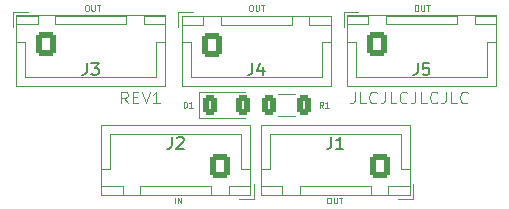
<source format=gto>
%TF.GenerationSoftware,KiCad,Pcbnew,8.0.2*%
%TF.CreationDate,2024-12-05T13:35:58-07:00*%
%TF.ProjectId,cansplitterV3,63616e73-706c-4697-9474-657256332e6b,rev?*%
%TF.SameCoordinates,Original*%
%TF.FileFunction,Legend,Top*%
%TF.FilePolarity,Positive*%
%FSLAX46Y46*%
G04 Gerber Fmt 4.6, Leading zero omitted, Abs format (unit mm)*
G04 Created by KiCad (PCBNEW 8.0.2) date 2024-12-05 13:35:58*
%MOMM*%
%LPD*%
G01*
G04 APERTURE LIST*
G04 Aperture macros list*
%AMRoundRect*
0 Rectangle with rounded corners*
0 $1 Rounding radius*
0 $2 $3 $4 $5 $6 $7 $8 $9 X,Y pos of 4 corners*
0 Add a 4 corners polygon primitive as box body*
4,1,4,$2,$3,$4,$5,$6,$7,$8,$9,$2,$3,0*
0 Add four circle primitives for the rounded corners*
1,1,$1+$1,$2,$3*
1,1,$1+$1,$4,$5*
1,1,$1+$1,$6,$7*
1,1,$1+$1,$8,$9*
0 Add four rect primitives between the rounded corners*
20,1,$1+$1,$2,$3,$4,$5,0*
20,1,$1+$1,$4,$5,$6,$7,0*
20,1,$1+$1,$6,$7,$8,$9,0*
20,1,$1+$1,$8,$9,$2,$3,0*%
G04 Aperture macros list end*
%ADD10C,0.100000*%
%ADD11C,0.150000*%
%ADD12C,0.125000*%
%ADD13C,0.120000*%
%ADD14C,3.200000*%
%ADD15RoundRect,0.250000X-0.600000X-0.725000X0.600000X-0.725000X0.600000X0.725000X-0.600000X0.725000X0*%
%ADD16O,1.700000X1.950000*%
%ADD17RoundRect,0.250000X-0.375000X-0.625000X0.375000X-0.625000X0.375000X0.625000X-0.375000X0.625000X0*%
%ADD18RoundRect,0.250000X0.600000X0.725000X-0.600000X0.725000X-0.600000X-0.725000X0.600000X-0.725000X0*%
%ADD19RoundRect,0.250000X0.312500X0.625000X-0.312500X0.625000X-0.312500X-0.625000X0.312500X-0.625000X0*%
G04 APERTURE END LIST*
D10*
X106089598Y-47872419D02*
X106089598Y-48586704D01*
X106089598Y-48586704D02*
X106041979Y-48729561D01*
X106041979Y-48729561D02*
X105946741Y-48824800D01*
X105946741Y-48824800D02*
X105803884Y-48872419D01*
X105803884Y-48872419D02*
X105708646Y-48872419D01*
X107041979Y-48872419D02*
X106565789Y-48872419D01*
X106565789Y-48872419D02*
X106565789Y-47872419D01*
X107946741Y-48777180D02*
X107899122Y-48824800D01*
X107899122Y-48824800D02*
X107756265Y-48872419D01*
X107756265Y-48872419D02*
X107661027Y-48872419D01*
X107661027Y-48872419D02*
X107518170Y-48824800D01*
X107518170Y-48824800D02*
X107422932Y-48729561D01*
X107422932Y-48729561D02*
X107375313Y-48634323D01*
X107375313Y-48634323D02*
X107327694Y-48443847D01*
X107327694Y-48443847D02*
X107327694Y-48300990D01*
X107327694Y-48300990D02*
X107375313Y-48110514D01*
X107375313Y-48110514D02*
X107422932Y-48015276D01*
X107422932Y-48015276D02*
X107518170Y-47920038D01*
X107518170Y-47920038D02*
X107661027Y-47872419D01*
X107661027Y-47872419D02*
X107756265Y-47872419D01*
X107756265Y-47872419D02*
X107899122Y-47920038D01*
X107899122Y-47920038D02*
X107946741Y-47967657D01*
X108661027Y-47872419D02*
X108661027Y-48586704D01*
X108661027Y-48586704D02*
X108613408Y-48729561D01*
X108613408Y-48729561D02*
X108518170Y-48824800D01*
X108518170Y-48824800D02*
X108375313Y-48872419D01*
X108375313Y-48872419D02*
X108280075Y-48872419D01*
X109613408Y-48872419D02*
X109137218Y-48872419D01*
X109137218Y-48872419D02*
X109137218Y-47872419D01*
X110518170Y-48777180D02*
X110470551Y-48824800D01*
X110470551Y-48824800D02*
X110327694Y-48872419D01*
X110327694Y-48872419D02*
X110232456Y-48872419D01*
X110232456Y-48872419D02*
X110089599Y-48824800D01*
X110089599Y-48824800D02*
X109994361Y-48729561D01*
X109994361Y-48729561D02*
X109946742Y-48634323D01*
X109946742Y-48634323D02*
X109899123Y-48443847D01*
X109899123Y-48443847D02*
X109899123Y-48300990D01*
X109899123Y-48300990D02*
X109946742Y-48110514D01*
X109946742Y-48110514D02*
X109994361Y-48015276D01*
X109994361Y-48015276D02*
X110089599Y-47920038D01*
X110089599Y-47920038D02*
X110232456Y-47872419D01*
X110232456Y-47872419D02*
X110327694Y-47872419D01*
X110327694Y-47872419D02*
X110470551Y-47920038D01*
X110470551Y-47920038D02*
X110518170Y-47967657D01*
X111232456Y-47872419D02*
X111232456Y-48586704D01*
X111232456Y-48586704D02*
X111184837Y-48729561D01*
X111184837Y-48729561D02*
X111089599Y-48824800D01*
X111089599Y-48824800D02*
X110946742Y-48872419D01*
X110946742Y-48872419D02*
X110851504Y-48872419D01*
X112184837Y-48872419D02*
X111708647Y-48872419D01*
X111708647Y-48872419D02*
X111708647Y-47872419D01*
X113089599Y-48777180D02*
X113041980Y-48824800D01*
X113041980Y-48824800D02*
X112899123Y-48872419D01*
X112899123Y-48872419D02*
X112803885Y-48872419D01*
X112803885Y-48872419D02*
X112661028Y-48824800D01*
X112661028Y-48824800D02*
X112565790Y-48729561D01*
X112565790Y-48729561D02*
X112518171Y-48634323D01*
X112518171Y-48634323D02*
X112470552Y-48443847D01*
X112470552Y-48443847D02*
X112470552Y-48300990D01*
X112470552Y-48300990D02*
X112518171Y-48110514D01*
X112518171Y-48110514D02*
X112565790Y-48015276D01*
X112565790Y-48015276D02*
X112661028Y-47920038D01*
X112661028Y-47920038D02*
X112803885Y-47872419D01*
X112803885Y-47872419D02*
X112899123Y-47872419D01*
X112899123Y-47872419D02*
X113041980Y-47920038D01*
X113041980Y-47920038D02*
X113089599Y-47967657D01*
X113803885Y-47872419D02*
X113803885Y-48586704D01*
X113803885Y-48586704D02*
X113756266Y-48729561D01*
X113756266Y-48729561D02*
X113661028Y-48824800D01*
X113661028Y-48824800D02*
X113518171Y-48872419D01*
X113518171Y-48872419D02*
X113422933Y-48872419D01*
X114756266Y-48872419D02*
X114280076Y-48872419D01*
X114280076Y-48872419D02*
X114280076Y-47872419D01*
X115661028Y-48777180D02*
X115613409Y-48824800D01*
X115613409Y-48824800D02*
X115470552Y-48872419D01*
X115470552Y-48872419D02*
X115375314Y-48872419D01*
X115375314Y-48872419D02*
X115232457Y-48824800D01*
X115232457Y-48824800D02*
X115137219Y-48729561D01*
X115137219Y-48729561D02*
X115089600Y-48634323D01*
X115089600Y-48634323D02*
X115041981Y-48443847D01*
X115041981Y-48443847D02*
X115041981Y-48300990D01*
X115041981Y-48300990D02*
X115089600Y-48110514D01*
X115089600Y-48110514D02*
X115137219Y-48015276D01*
X115137219Y-48015276D02*
X115232457Y-47920038D01*
X115232457Y-47920038D02*
X115375314Y-47872419D01*
X115375314Y-47872419D02*
X115470552Y-47872419D01*
X115470552Y-47872419D02*
X115613409Y-47920038D01*
X115613409Y-47920038D02*
X115661028Y-47967657D01*
X86875312Y-48872419D02*
X86541979Y-48396228D01*
X86303884Y-48872419D02*
X86303884Y-47872419D01*
X86303884Y-47872419D02*
X86684836Y-47872419D01*
X86684836Y-47872419D02*
X86780074Y-47920038D01*
X86780074Y-47920038D02*
X86827693Y-47967657D01*
X86827693Y-47967657D02*
X86875312Y-48062895D01*
X86875312Y-48062895D02*
X86875312Y-48205752D01*
X86875312Y-48205752D02*
X86827693Y-48300990D01*
X86827693Y-48300990D02*
X86780074Y-48348609D01*
X86780074Y-48348609D02*
X86684836Y-48396228D01*
X86684836Y-48396228D02*
X86303884Y-48396228D01*
X87303884Y-48348609D02*
X87637217Y-48348609D01*
X87780074Y-48872419D02*
X87303884Y-48872419D01*
X87303884Y-48872419D02*
X87303884Y-47872419D01*
X87303884Y-47872419D02*
X87780074Y-47872419D01*
X88065789Y-47872419D02*
X88399122Y-48872419D01*
X88399122Y-48872419D02*
X88732455Y-47872419D01*
X89589598Y-48872419D02*
X89018170Y-48872419D01*
X89303884Y-48872419D02*
X89303884Y-47872419D01*
X89303884Y-47872419D02*
X89208646Y-48015276D01*
X89208646Y-48015276D02*
X89113408Y-48110514D01*
X89113408Y-48110514D02*
X89018170Y-48158133D01*
X111280074Y-40533609D02*
X111375312Y-40533609D01*
X111375312Y-40533609D02*
X111422931Y-40557419D01*
X111422931Y-40557419D02*
X111470550Y-40605038D01*
X111470550Y-40605038D02*
X111494360Y-40700276D01*
X111494360Y-40700276D02*
X111494360Y-40866942D01*
X111494360Y-40866942D02*
X111470550Y-40962180D01*
X111470550Y-40962180D02*
X111422931Y-41009800D01*
X111422931Y-41009800D02*
X111375312Y-41033609D01*
X111375312Y-41033609D02*
X111280074Y-41033609D01*
X111280074Y-41033609D02*
X111232455Y-41009800D01*
X111232455Y-41009800D02*
X111184836Y-40962180D01*
X111184836Y-40962180D02*
X111161027Y-40866942D01*
X111161027Y-40866942D02*
X111161027Y-40700276D01*
X111161027Y-40700276D02*
X111184836Y-40605038D01*
X111184836Y-40605038D02*
X111232455Y-40557419D01*
X111232455Y-40557419D02*
X111280074Y-40533609D01*
X111708646Y-40533609D02*
X111708646Y-40938371D01*
X111708646Y-40938371D02*
X111732456Y-40985990D01*
X111732456Y-40985990D02*
X111756265Y-41009800D01*
X111756265Y-41009800D02*
X111803884Y-41033609D01*
X111803884Y-41033609D02*
X111899122Y-41033609D01*
X111899122Y-41033609D02*
X111946741Y-41009800D01*
X111946741Y-41009800D02*
X111970551Y-40985990D01*
X111970551Y-40985990D02*
X111994360Y-40938371D01*
X111994360Y-40938371D02*
X111994360Y-40533609D01*
X112161028Y-40533609D02*
X112446742Y-40533609D01*
X112303885Y-41033609D02*
X112303885Y-40533609D01*
X90884836Y-57333609D02*
X90884836Y-56833609D01*
X91122931Y-57333609D02*
X91122931Y-56833609D01*
X91122931Y-56833609D02*
X91408645Y-57333609D01*
X91408645Y-57333609D02*
X91408645Y-56833609D01*
X97280074Y-40533609D02*
X97375312Y-40533609D01*
X97375312Y-40533609D02*
X97422931Y-40557419D01*
X97422931Y-40557419D02*
X97470550Y-40605038D01*
X97470550Y-40605038D02*
X97494360Y-40700276D01*
X97494360Y-40700276D02*
X97494360Y-40866942D01*
X97494360Y-40866942D02*
X97470550Y-40962180D01*
X97470550Y-40962180D02*
X97422931Y-41009800D01*
X97422931Y-41009800D02*
X97375312Y-41033609D01*
X97375312Y-41033609D02*
X97280074Y-41033609D01*
X97280074Y-41033609D02*
X97232455Y-41009800D01*
X97232455Y-41009800D02*
X97184836Y-40962180D01*
X97184836Y-40962180D02*
X97161027Y-40866942D01*
X97161027Y-40866942D02*
X97161027Y-40700276D01*
X97161027Y-40700276D02*
X97184836Y-40605038D01*
X97184836Y-40605038D02*
X97232455Y-40557419D01*
X97232455Y-40557419D02*
X97280074Y-40533609D01*
X97708646Y-40533609D02*
X97708646Y-40938371D01*
X97708646Y-40938371D02*
X97732456Y-40985990D01*
X97732456Y-40985990D02*
X97756265Y-41009800D01*
X97756265Y-41009800D02*
X97803884Y-41033609D01*
X97803884Y-41033609D02*
X97899122Y-41033609D01*
X97899122Y-41033609D02*
X97946741Y-41009800D01*
X97946741Y-41009800D02*
X97970551Y-40985990D01*
X97970551Y-40985990D02*
X97994360Y-40938371D01*
X97994360Y-40938371D02*
X97994360Y-40533609D01*
X98161028Y-40533609D02*
X98446742Y-40533609D01*
X98303885Y-41033609D02*
X98303885Y-40533609D01*
X83380074Y-40533609D02*
X83475312Y-40533609D01*
X83475312Y-40533609D02*
X83522931Y-40557419D01*
X83522931Y-40557419D02*
X83570550Y-40605038D01*
X83570550Y-40605038D02*
X83594360Y-40700276D01*
X83594360Y-40700276D02*
X83594360Y-40866942D01*
X83594360Y-40866942D02*
X83570550Y-40962180D01*
X83570550Y-40962180D02*
X83522931Y-41009800D01*
X83522931Y-41009800D02*
X83475312Y-41033609D01*
X83475312Y-41033609D02*
X83380074Y-41033609D01*
X83380074Y-41033609D02*
X83332455Y-41009800D01*
X83332455Y-41009800D02*
X83284836Y-40962180D01*
X83284836Y-40962180D02*
X83261027Y-40866942D01*
X83261027Y-40866942D02*
X83261027Y-40700276D01*
X83261027Y-40700276D02*
X83284836Y-40605038D01*
X83284836Y-40605038D02*
X83332455Y-40557419D01*
X83332455Y-40557419D02*
X83380074Y-40533609D01*
X83808646Y-40533609D02*
X83808646Y-40938371D01*
X83808646Y-40938371D02*
X83832456Y-40985990D01*
X83832456Y-40985990D02*
X83856265Y-41009800D01*
X83856265Y-41009800D02*
X83903884Y-41033609D01*
X83903884Y-41033609D02*
X83999122Y-41033609D01*
X83999122Y-41033609D02*
X84046741Y-41009800D01*
X84046741Y-41009800D02*
X84070551Y-40985990D01*
X84070551Y-40985990D02*
X84094360Y-40938371D01*
X84094360Y-40938371D02*
X84094360Y-40533609D01*
X84261028Y-40533609D02*
X84546742Y-40533609D01*
X84403885Y-41033609D02*
X84403885Y-40533609D01*
X103880074Y-56833609D02*
X103975312Y-56833609D01*
X103975312Y-56833609D02*
X104022931Y-56857419D01*
X104022931Y-56857419D02*
X104070550Y-56905038D01*
X104070550Y-56905038D02*
X104094360Y-57000276D01*
X104094360Y-57000276D02*
X104094360Y-57166942D01*
X104094360Y-57166942D02*
X104070550Y-57262180D01*
X104070550Y-57262180D02*
X104022931Y-57309800D01*
X104022931Y-57309800D02*
X103975312Y-57333609D01*
X103975312Y-57333609D02*
X103880074Y-57333609D01*
X103880074Y-57333609D02*
X103832455Y-57309800D01*
X103832455Y-57309800D02*
X103784836Y-57262180D01*
X103784836Y-57262180D02*
X103761027Y-57166942D01*
X103761027Y-57166942D02*
X103761027Y-57000276D01*
X103761027Y-57000276D02*
X103784836Y-56905038D01*
X103784836Y-56905038D02*
X103832455Y-56857419D01*
X103832455Y-56857419D02*
X103880074Y-56833609D01*
X104308646Y-56833609D02*
X104308646Y-57238371D01*
X104308646Y-57238371D02*
X104332456Y-57285990D01*
X104332456Y-57285990D02*
X104356265Y-57309800D01*
X104356265Y-57309800D02*
X104403884Y-57333609D01*
X104403884Y-57333609D02*
X104499122Y-57333609D01*
X104499122Y-57333609D02*
X104546741Y-57309800D01*
X104546741Y-57309800D02*
X104570551Y-57285990D01*
X104570551Y-57285990D02*
X104594360Y-57238371D01*
X104594360Y-57238371D02*
X104594360Y-56833609D01*
X104761028Y-56833609D02*
X105046742Y-56833609D01*
X104903885Y-57333609D02*
X104903885Y-56833609D01*
D11*
X111416666Y-45454819D02*
X111416666Y-46169104D01*
X111416666Y-46169104D02*
X111369047Y-46311961D01*
X111369047Y-46311961D02*
X111273809Y-46407200D01*
X111273809Y-46407200D02*
X111130952Y-46454819D01*
X111130952Y-46454819D02*
X111035714Y-46454819D01*
X112369047Y-45454819D02*
X111892857Y-45454819D01*
X111892857Y-45454819D02*
X111845238Y-45931009D01*
X111845238Y-45931009D02*
X111892857Y-45883390D01*
X111892857Y-45883390D02*
X111988095Y-45835771D01*
X111988095Y-45835771D02*
X112226190Y-45835771D01*
X112226190Y-45835771D02*
X112321428Y-45883390D01*
X112321428Y-45883390D02*
X112369047Y-45931009D01*
X112369047Y-45931009D02*
X112416666Y-46026247D01*
X112416666Y-46026247D02*
X112416666Y-46264342D01*
X112416666Y-46264342D02*
X112369047Y-46359580D01*
X112369047Y-46359580D02*
X112321428Y-46407200D01*
X112321428Y-46407200D02*
X112226190Y-46454819D01*
X112226190Y-46454819D02*
X111988095Y-46454819D01*
X111988095Y-46454819D02*
X111892857Y-46407200D01*
X111892857Y-46407200D02*
X111845238Y-46359580D01*
D12*
X91630952Y-49224809D02*
X91630952Y-48724809D01*
X91630952Y-48724809D02*
X91750000Y-48724809D01*
X91750000Y-48724809D02*
X91821428Y-48748619D01*
X91821428Y-48748619D02*
X91869047Y-48796238D01*
X91869047Y-48796238D02*
X91892857Y-48843857D01*
X91892857Y-48843857D02*
X91916666Y-48939095D01*
X91916666Y-48939095D02*
X91916666Y-49010523D01*
X91916666Y-49010523D02*
X91892857Y-49105761D01*
X91892857Y-49105761D02*
X91869047Y-49153380D01*
X91869047Y-49153380D02*
X91821428Y-49201000D01*
X91821428Y-49201000D02*
X91750000Y-49224809D01*
X91750000Y-49224809D02*
X91630952Y-49224809D01*
X92392857Y-49224809D02*
X92107143Y-49224809D01*
X92250000Y-49224809D02*
X92250000Y-48724809D01*
X92250000Y-48724809D02*
X92202381Y-48796238D01*
X92202381Y-48796238D02*
X92154762Y-48843857D01*
X92154762Y-48843857D02*
X92107143Y-48867666D01*
D11*
X83416666Y-45454819D02*
X83416666Y-46169104D01*
X83416666Y-46169104D02*
X83369047Y-46311961D01*
X83369047Y-46311961D02*
X83273809Y-46407200D01*
X83273809Y-46407200D02*
X83130952Y-46454819D01*
X83130952Y-46454819D02*
X83035714Y-46454819D01*
X83797619Y-45454819D02*
X84416666Y-45454819D01*
X84416666Y-45454819D02*
X84083333Y-45835771D01*
X84083333Y-45835771D02*
X84226190Y-45835771D01*
X84226190Y-45835771D02*
X84321428Y-45883390D01*
X84321428Y-45883390D02*
X84369047Y-45931009D01*
X84369047Y-45931009D02*
X84416666Y-46026247D01*
X84416666Y-46026247D02*
X84416666Y-46264342D01*
X84416666Y-46264342D02*
X84369047Y-46359580D01*
X84369047Y-46359580D02*
X84321428Y-46407200D01*
X84321428Y-46407200D02*
X84226190Y-46454819D01*
X84226190Y-46454819D02*
X83940476Y-46454819D01*
X83940476Y-46454819D02*
X83845238Y-46407200D01*
X83845238Y-46407200D02*
X83797619Y-46359580D01*
X104116666Y-51704819D02*
X104116666Y-52419104D01*
X104116666Y-52419104D02*
X104069047Y-52561961D01*
X104069047Y-52561961D02*
X103973809Y-52657200D01*
X103973809Y-52657200D02*
X103830952Y-52704819D01*
X103830952Y-52704819D02*
X103735714Y-52704819D01*
X105116666Y-52704819D02*
X104545238Y-52704819D01*
X104830952Y-52704819D02*
X104830952Y-51704819D01*
X104830952Y-51704819D02*
X104735714Y-51847676D01*
X104735714Y-51847676D02*
X104640476Y-51942914D01*
X104640476Y-51942914D02*
X104545238Y-51990533D01*
D12*
X103416666Y-49224809D02*
X103250000Y-48986714D01*
X103130952Y-49224809D02*
X103130952Y-48724809D01*
X103130952Y-48724809D02*
X103321428Y-48724809D01*
X103321428Y-48724809D02*
X103369047Y-48748619D01*
X103369047Y-48748619D02*
X103392857Y-48772428D01*
X103392857Y-48772428D02*
X103416666Y-48820047D01*
X103416666Y-48820047D02*
X103416666Y-48891476D01*
X103416666Y-48891476D02*
X103392857Y-48939095D01*
X103392857Y-48939095D02*
X103369047Y-48962904D01*
X103369047Y-48962904D02*
X103321428Y-48986714D01*
X103321428Y-48986714D02*
X103130952Y-48986714D01*
X103892857Y-49224809D02*
X103607143Y-49224809D01*
X103750000Y-49224809D02*
X103750000Y-48724809D01*
X103750000Y-48724809D02*
X103702381Y-48796238D01*
X103702381Y-48796238D02*
X103654762Y-48843857D01*
X103654762Y-48843857D02*
X103607143Y-48867666D01*
D11*
X97416666Y-45454819D02*
X97416666Y-46169104D01*
X97416666Y-46169104D02*
X97369047Y-46311961D01*
X97369047Y-46311961D02*
X97273809Y-46407200D01*
X97273809Y-46407200D02*
X97130952Y-46454819D01*
X97130952Y-46454819D02*
X97035714Y-46454819D01*
X98321428Y-45788152D02*
X98321428Y-46454819D01*
X98083333Y-45407200D02*
X97845238Y-46121485D01*
X97845238Y-46121485D02*
X98464285Y-46121485D01*
X90616666Y-51704819D02*
X90616666Y-52419104D01*
X90616666Y-52419104D02*
X90569047Y-52561961D01*
X90569047Y-52561961D02*
X90473809Y-52657200D01*
X90473809Y-52657200D02*
X90330952Y-52704819D01*
X90330952Y-52704819D02*
X90235714Y-52704819D01*
X91045238Y-51800057D02*
X91092857Y-51752438D01*
X91092857Y-51752438D02*
X91188095Y-51704819D01*
X91188095Y-51704819D02*
X91426190Y-51704819D01*
X91426190Y-51704819D02*
X91521428Y-51752438D01*
X91521428Y-51752438D02*
X91569047Y-51800057D01*
X91569047Y-51800057D02*
X91616666Y-51895295D01*
X91616666Y-51895295D02*
X91616666Y-51990533D01*
X91616666Y-51990533D02*
X91569047Y-52133390D01*
X91569047Y-52133390D02*
X90997619Y-52704819D01*
X90997619Y-52704819D02*
X91616666Y-52704819D01*
D13*
%TO.C,J5*%
X105150000Y-41125000D02*
X105150000Y-42375000D01*
X105440000Y-41415000D02*
X105440000Y-47385000D01*
X105440000Y-47385000D02*
X118060000Y-47385000D01*
X105450000Y-41425000D02*
X105450000Y-42175000D01*
X105450000Y-42175000D02*
X107250000Y-42175000D01*
X105450000Y-43675000D02*
X106200000Y-43675000D01*
X106200000Y-43675000D02*
X106200000Y-46625000D01*
X106200000Y-46625000D02*
X111750000Y-46625000D01*
X106400000Y-41125000D02*
X105150000Y-41125000D01*
X107250000Y-41425000D02*
X105450000Y-41425000D01*
X107250000Y-42175000D02*
X107250000Y-41425000D01*
X108750000Y-41425000D02*
X108750000Y-42175000D01*
X108750000Y-42175000D02*
X114750000Y-42175000D01*
X114750000Y-41425000D02*
X108750000Y-41425000D01*
X114750000Y-42175000D02*
X114750000Y-41425000D01*
X116250000Y-41425000D02*
X116250000Y-42175000D01*
X116250000Y-42175000D02*
X118050000Y-42175000D01*
X117300000Y-43675000D02*
X117300000Y-46625000D01*
X117300000Y-46625000D02*
X111750000Y-46625000D01*
X118050000Y-41425000D02*
X116250000Y-41425000D01*
X118050000Y-42175000D02*
X118050000Y-41425000D01*
X118050000Y-43675000D02*
X117300000Y-43675000D01*
X118060000Y-41415000D02*
X105440000Y-41415000D01*
X118060000Y-47385000D02*
X118060000Y-41415000D01*
%TO.C,D1*%
X92946250Y-47865000D02*
X92946250Y-50135000D01*
X92946250Y-50135000D02*
X96831250Y-50135000D01*
X96831250Y-47865000D02*
X92946250Y-47865000D01*
%TO.C,J3*%
X77150000Y-41125000D02*
X77150000Y-42375000D01*
X77440000Y-41415000D02*
X77440000Y-47385000D01*
X77440000Y-47385000D02*
X90060000Y-47385000D01*
X77450000Y-41425000D02*
X77450000Y-42175000D01*
X77450000Y-42175000D02*
X79250000Y-42175000D01*
X77450000Y-43675000D02*
X78200000Y-43675000D01*
X78200000Y-43675000D02*
X78200000Y-46625000D01*
X78200000Y-46625000D02*
X83750000Y-46625000D01*
X78400000Y-41125000D02*
X77150000Y-41125000D01*
X79250000Y-41425000D02*
X77450000Y-41425000D01*
X79250000Y-42175000D02*
X79250000Y-41425000D01*
X80750000Y-41425000D02*
X80750000Y-42175000D01*
X80750000Y-42175000D02*
X86750000Y-42175000D01*
X86750000Y-41425000D02*
X80750000Y-41425000D01*
X86750000Y-42175000D02*
X86750000Y-41425000D01*
X88250000Y-41425000D02*
X88250000Y-42175000D01*
X88250000Y-42175000D02*
X90050000Y-42175000D01*
X89300000Y-43675000D02*
X89300000Y-46625000D01*
X89300000Y-46625000D02*
X83750000Y-46625000D01*
X90050000Y-41425000D02*
X88250000Y-41425000D01*
X90050000Y-42175000D02*
X90050000Y-41425000D01*
X90050000Y-43675000D02*
X89300000Y-43675000D01*
X90060000Y-41415000D02*
X77440000Y-41415000D01*
X90060000Y-47385000D02*
X90060000Y-41415000D01*
%TO.C,J1*%
X98140000Y-50690000D02*
X98140000Y-56660000D01*
X98140000Y-56660000D02*
X110760000Y-56660000D01*
X98150000Y-54400000D02*
X98900000Y-54400000D01*
X98150000Y-55900000D02*
X98150000Y-56650000D01*
X98150000Y-56650000D02*
X99950000Y-56650000D01*
X98900000Y-51450000D02*
X104450000Y-51450000D01*
X98900000Y-54400000D02*
X98900000Y-51450000D01*
X99950000Y-55900000D02*
X98150000Y-55900000D01*
X99950000Y-56650000D02*
X99950000Y-55900000D01*
X101450000Y-55900000D02*
X101450000Y-56650000D01*
X101450000Y-56650000D02*
X107450000Y-56650000D01*
X107450000Y-55900000D02*
X101450000Y-55900000D01*
X107450000Y-56650000D02*
X107450000Y-55900000D01*
X108950000Y-55900000D02*
X108950000Y-56650000D01*
X108950000Y-56650000D02*
X110750000Y-56650000D01*
X109800000Y-56950000D02*
X111050000Y-56950000D01*
X110000000Y-51450000D02*
X104450000Y-51450000D01*
X110000000Y-54400000D02*
X110000000Y-51450000D01*
X110750000Y-54400000D02*
X110000000Y-54400000D01*
X110750000Y-55900000D02*
X108950000Y-55900000D01*
X110750000Y-56650000D02*
X110750000Y-55900000D01*
X110760000Y-50690000D02*
X98140000Y-50690000D01*
X110760000Y-56660000D02*
X110760000Y-50690000D01*
X111050000Y-56950000D02*
X111050000Y-55700000D01*
%TO.C,R1*%
X101058314Y-48090000D02*
X99604186Y-48090000D01*
X101058314Y-49910000D02*
X99604186Y-49910000D01*
%TO.C,J4*%
X91150000Y-41150000D02*
X91150000Y-42400000D01*
X91440000Y-41440000D02*
X91440000Y-47410000D01*
X91440000Y-47410000D02*
X104060000Y-47410000D01*
X91450000Y-41450000D02*
X91450000Y-42200000D01*
X91450000Y-42200000D02*
X93250000Y-42200000D01*
X91450000Y-43700000D02*
X92200000Y-43700000D01*
X92200000Y-43700000D02*
X92200000Y-46650000D01*
X92200000Y-46650000D02*
X97750000Y-46650000D01*
X92400000Y-41150000D02*
X91150000Y-41150000D01*
X93250000Y-41450000D02*
X91450000Y-41450000D01*
X93250000Y-42200000D02*
X93250000Y-41450000D01*
X94750000Y-41450000D02*
X94750000Y-42200000D01*
X94750000Y-42200000D02*
X100750000Y-42200000D01*
X100750000Y-41450000D02*
X94750000Y-41450000D01*
X100750000Y-42200000D02*
X100750000Y-41450000D01*
X102250000Y-41450000D02*
X102250000Y-42200000D01*
X102250000Y-42200000D02*
X104050000Y-42200000D01*
X103300000Y-43700000D02*
X103300000Y-46650000D01*
X103300000Y-46650000D02*
X97750000Y-46650000D01*
X104050000Y-41450000D02*
X102250000Y-41450000D01*
X104050000Y-42200000D02*
X104050000Y-41450000D01*
X104050000Y-43700000D02*
X103300000Y-43700000D01*
X104060000Y-41440000D02*
X91440000Y-41440000D01*
X104060000Y-47410000D02*
X104060000Y-41440000D01*
%TO.C,J2*%
X84640000Y-50690000D02*
X84640000Y-56660000D01*
X84640000Y-56660000D02*
X97260000Y-56660000D01*
X84650000Y-54400000D02*
X85400000Y-54400000D01*
X84650000Y-55900000D02*
X84650000Y-56650000D01*
X84650000Y-56650000D02*
X86450000Y-56650000D01*
X85400000Y-51450000D02*
X90950000Y-51450000D01*
X85400000Y-54400000D02*
X85400000Y-51450000D01*
X86450000Y-55900000D02*
X84650000Y-55900000D01*
X86450000Y-56650000D02*
X86450000Y-55900000D01*
X87950000Y-55900000D02*
X87950000Y-56650000D01*
X87950000Y-56650000D02*
X93950000Y-56650000D01*
X93950000Y-55900000D02*
X87950000Y-55900000D01*
X93950000Y-56650000D02*
X93950000Y-55900000D01*
X95450000Y-55900000D02*
X95450000Y-56650000D01*
X95450000Y-56650000D02*
X97250000Y-56650000D01*
X96300000Y-56950000D02*
X97550000Y-56950000D01*
X96500000Y-51450000D02*
X90950000Y-51450000D01*
X96500000Y-54400000D02*
X96500000Y-51450000D01*
X97250000Y-54400000D02*
X96500000Y-54400000D01*
X97250000Y-55900000D02*
X95450000Y-55900000D01*
X97250000Y-56650000D02*
X97250000Y-55900000D01*
X97260000Y-50690000D02*
X84640000Y-50690000D01*
X97260000Y-56660000D02*
X97260000Y-50690000D01*
X97550000Y-56950000D02*
X97550000Y-55700000D01*
%TD*%
%LPC*%
D14*
%TO.C,H2*%
X80400000Y-53975000D03*
%TD*%
D15*
%TO.C,J5*%
X108000000Y-43875000D03*
D16*
X110500000Y-43875000D03*
X113000000Y-43875000D03*
X115500000Y-43875000D03*
%TD*%
D17*
%TO.C,D1*%
X93831250Y-49000000D03*
X96631250Y-49000000D03*
%TD*%
D15*
%TO.C,J3*%
X80000000Y-43875000D03*
D16*
X82500000Y-43875000D03*
X85000000Y-43875000D03*
X87500000Y-43875000D03*
%TD*%
D14*
%TO.C,H2*%
X122000000Y-44000000D03*
%TD*%
D18*
%TO.C,J1*%
X108200000Y-54200000D03*
D16*
X105700000Y-54200000D03*
X103200000Y-54200000D03*
X100700000Y-54200000D03*
%TD*%
D19*
%TO.C,R1*%
X101793750Y-49000000D03*
X98868750Y-49000000D03*
%TD*%
D14*
%TO.C,H2*%
X73500000Y-44000000D03*
%TD*%
D15*
%TO.C,J4*%
X94000000Y-43900000D03*
D16*
X96500000Y-43900000D03*
X99000000Y-43900000D03*
X101500000Y-43900000D03*
%TD*%
D18*
%TO.C,J2*%
X94700000Y-54200000D03*
D16*
X92200000Y-54200000D03*
X89700000Y-54200000D03*
X87200000Y-54200000D03*
%TD*%
D14*
%TO.C,H2*%
X115200000Y-53900000D03*
%TD*%
%LPD*%
M02*

</source>
